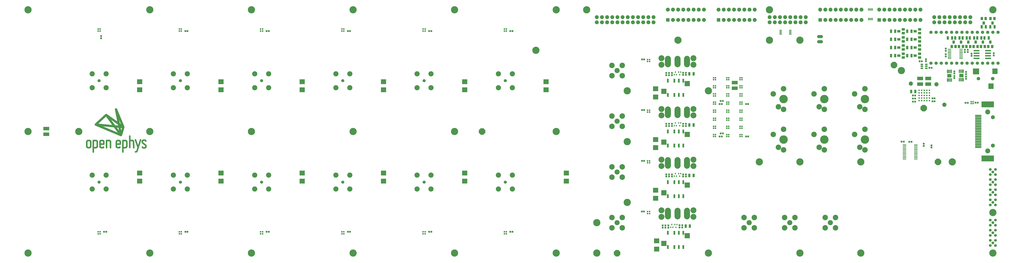
<source format=gts>
G75*
%MOIN*%
%OFA0B0*%
%FSLAX25Y25*%
%IPPOS*%
%LPD*%
%AMOC8*
5,1,8,0,0,1.08239X$1,22.5*
%
%ADD10C,0.13986*%
%ADD11C,0.05915*%
%ADD12C,0.10049*%
%ADD13OC8,0.07096*%
%ADD14R,0.07096X0.07096*%
%ADD15C,0.09900*%
%ADD16C,0.10650*%
%ADD17OC8,0.12411*%
%ADD18R,0.06899X0.01781*%
%ADD19R,0.02175X0.06899*%
%ADD20R,0.08041X0.06781*%
%ADD21R,0.03600X0.03300*%
%ADD22C,0.03100*%
%ADD23R,0.04400X0.06600*%
%ADD24R,0.03300X0.03600*%
%ADD25R,0.11600X0.07100*%
%ADD26C,0.08080*%
%ADD27R,0.10049X0.10639*%
%ADD28R,0.12017X0.11427*%
%ADD29C,0.06899*%
%ADD30R,0.11261X0.02962*%
%ADD31C,0.05324*%
%ADD32C,0.11525*%
%ADD33C,0.11525*%
%ADD34R,0.03750X0.07687*%
%ADD35R,0.10443X0.10443*%
%ADD36R,0.10443X0.09655*%
%ADD37R,0.02002X0.02580*%
%ADD38C,0.04331*%
%ADD39C,0.02835*%
%ADD40C,0.07687*%
%ADD41C,0.09655*%
%ADD42R,0.24222X0.11624*%
%ADD43R,0.12411X0.01919*%
%ADD44C,0.10724*%
%ADD45C,0.10600*%
%ADD46C,0.16350*%
%ADD47C,0.06300*%
%ADD48OC8,0.07200*%
%ADD49R,0.01742X0.04931*%
%ADD50R,0.04537X0.06112*%
%ADD51R,0.04931X0.01742*%
%ADD52R,0.06112X0.04537*%
%ADD53R,0.02765X0.02765*%
%ADD54C,0.06000*%
%ADD55R,0.04773X0.03159*%
D10*
X0020685Y0080040D03*
X0256906Y0080040D03*
X0453756Y0080040D03*
X0650606Y0080040D03*
X0847457Y0080040D03*
X1044307Y0080040D03*
X1123047Y0080040D03*
X1123047Y0139095D03*
X1182102Y0178465D03*
X1438008Y0257206D03*
X1516748Y0257206D03*
X1634858Y0257206D03*
X1812024Y0257206D03*
X1890764Y0158780D03*
X1890764Y0080040D03*
X1634858Y0080040D03*
X1516748Y0080040D03*
X1339583Y0080040D03*
X1182102Y0296576D03*
X1044307Y0316261D03*
X0847457Y0316261D03*
X0650606Y0316261D03*
X0453756Y0316261D03*
X0256906Y0316261D03*
X0119110Y0316261D03*
X0020685Y0316261D03*
X0020685Y0552481D03*
X0256906Y0552481D03*
X0453756Y0552481D03*
X0650606Y0552481D03*
X0847457Y0552481D03*
X1044307Y0552481D03*
X1103362Y0552481D03*
X1280528Y0493426D03*
X1457693Y0493426D03*
X1516748Y0493426D03*
X1457693Y0552481D03*
X1713598Y0434371D03*
X1890764Y0552481D03*
X1339583Y0395001D03*
X1182102Y0395001D03*
X1004937Y0473741D03*
D11*
X0945882Y0414686D03*
X0788402Y0414686D03*
X0630921Y0414686D03*
X0473441Y0414686D03*
X0315961Y0414686D03*
X0158480Y0414686D03*
X0158480Y0217835D03*
X0315961Y0217835D03*
X0473441Y0217835D03*
X0630921Y0217835D03*
X0788402Y0217835D03*
X0945882Y0217835D03*
D12*
X0959386Y0204331D03*
X0932378Y0204331D03*
X0932378Y0231339D03*
X0959386Y0231339D03*
X0801906Y0231339D03*
X0774898Y0231339D03*
X0774898Y0204331D03*
X0801906Y0204331D03*
X0644425Y0204331D03*
X0617417Y0204331D03*
X0617417Y0231339D03*
X0644425Y0231339D03*
X0486945Y0231339D03*
X0459937Y0231339D03*
X0459937Y0204331D03*
X0486945Y0204331D03*
X0329465Y0204331D03*
X0302457Y0204331D03*
X0302457Y0231339D03*
X0329465Y0231339D03*
X0171984Y0231339D03*
X0144976Y0231339D03*
X0144976Y0204331D03*
X0171984Y0204331D03*
X0171984Y0401182D03*
X0144976Y0401182D03*
X0144976Y0428190D03*
X0171984Y0428190D03*
X0302457Y0428190D03*
X0329465Y0428190D03*
X0329465Y0401182D03*
X0302457Y0401182D03*
X0459937Y0401182D03*
X0486945Y0401182D03*
X0486945Y0428190D03*
X0459937Y0428190D03*
X0617417Y0428190D03*
X0644425Y0428190D03*
X0644425Y0401182D03*
X0617417Y0401182D03*
X0774898Y0401182D03*
X0801906Y0401182D03*
X0801906Y0428190D03*
X0774898Y0428190D03*
X0932378Y0428190D03*
X0959386Y0428190D03*
X0959386Y0401182D03*
X0932378Y0401182D03*
D13*
X1270843Y0532796D03*
X1280843Y0532796D03*
X1290843Y0532796D03*
X1300843Y0532796D03*
X1310843Y0532796D03*
X1320843Y0532796D03*
X1330843Y0532796D03*
X1369268Y0532796D03*
X1379268Y0532796D03*
X1389268Y0532796D03*
X1399268Y0532796D03*
X1409268Y0532796D03*
X1419268Y0532796D03*
X1429268Y0532796D03*
X1429268Y0552796D03*
X1419268Y0552796D03*
X1409268Y0552796D03*
X1399268Y0552796D03*
X1389268Y0552796D03*
X1379268Y0552796D03*
X1369268Y0552796D03*
X1359268Y0552796D03*
X1330843Y0552796D03*
X1320843Y0552796D03*
X1310843Y0552796D03*
X1300843Y0552796D03*
X1290843Y0552796D03*
X1280843Y0552796D03*
X1270843Y0552796D03*
X1260843Y0552796D03*
X1556118Y0552796D03*
X1566118Y0552796D03*
X1576118Y0552796D03*
X1586118Y0552796D03*
X1596118Y0552796D03*
X1606118Y0552796D03*
X1616118Y0552796D03*
X1626118Y0552796D03*
X1636118Y0552796D03*
X1670291Y0552796D03*
X1680291Y0552796D03*
X1690291Y0552796D03*
X1700291Y0552796D03*
X1710291Y0552796D03*
X1720291Y0552796D03*
X1730291Y0552796D03*
X1740291Y0552796D03*
X1750291Y0552796D03*
X1750291Y0532796D03*
X1740291Y0532796D03*
X1730291Y0532796D03*
X1720291Y0532796D03*
X1710291Y0532796D03*
X1700291Y0532796D03*
X1690291Y0532796D03*
X1680291Y0532796D03*
X1636118Y0532796D03*
X1626118Y0532796D03*
X1616118Y0532796D03*
X1606118Y0532796D03*
X1596118Y0532796D03*
X1586118Y0532796D03*
X1576118Y0532796D03*
X1566118Y0532796D03*
D14*
X1556118Y0532796D03*
X1670291Y0532796D03*
X1359268Y0532796D03*
X1260843Y0532796D03*
D15*
X1162417Y0434371D03*
X1162417Y0335946D03*
X1162417Y0237520D03*
X1162417Y0139095D03*
X1418323Y0139095D03*
X1497063Y0139095D03*
X1575803Y0139095D03*
D16*
X1565803Y0149095D03*
X1585803Y0149095D03*
X1585803Y0129095D03*
X1565803Y0129095D03*
X1507063Y0129095D03*
X1487063Y0129095D03*
X1487063Y0149095D03*
X1507063Y0149095D03*
X1428323Y0149095D03*
X1408323Y0149095D03*
X1408323Y0129095D03*
X1428323Y0129095D03*
X1172417Y0129095D03*
X1152417Y0129095D03*
X1152417Y0149095D03*
X1172417Y0149095D03*
X1172417Y0227520D03*
X1152417Y0227520D03*
X1152417Y0247520D03*
X1172417Y0247520D03*
X1172417Y0325946D03*
X1152417Y0325946D03*
X1152417Y0345946D03*
X1172417Y0345946D03*
X1172417Y0424371D03*
X1152417Y0424371D03*
X1152417Y0444371D03*
X1172417Y0444371D03*
D17*
X0900606Y0316261D03*
X1162417Y0079646D03*
X1784465Y0257206D03*
X1756906Y0361536D03*
X1699031Y0445001D03*
D18*
X1806906Y0457698D03*
X1806906Y0460257D03*
X1806906Y0462816D03*
X1806906Y0465375D03*
X1806906Y0467934D03*
X1806906Y0470493D03*
X1806906Y0473052D03*
X1806906Y0475611D03*
X1828953Y0475611D03*
X1828953Y0473052D03*
X1828953Y0470493D03*
X1828953Y0467934D03*
X1828953Y0465375D03*
X1828953Y0462816D03*
X1828953Y0460257D03*
X1828953Y0457698D03*
X1741551Y0290572D03*
X1741551Y0288013D03*
X1741551Y0285454D03*
X1741551Y0282894D03*
X1741551Y0280335D03*
X1741551Y0277776D03*
X1741551Y0275217D03*
X1741551Y0272658D03*
X1741551Y0270099D03*
X1741551Y0267540D03*
X1741551Y0264981D03*
X1741551Y0262422D03*
X1719504Y0262422D03*
X1719504Y0264981D03*
X1719504Y0267540D03*
X1719504Y0270099D03*
X1719504Y0272658D03*
X1719504Y0275217D03*
X1719504Y0277776D03*
X1719504Y0280335D03*
X1719504Y0282894D03*
X1719504Y0285454D03*
X1719504Y0288013D03*
X1719504Y0290572D03*
D19*
X1802673Y0416261D03*
X1805232Y0416261D03*
X1807791Y0416261D03*
X1810350Y0416261D03*
X1825902Y0416654D03*
X1828461Y0416654D03*
X1831020Y0416654D03*
X1833579Y0416654D03*
X1833579Y0433190D03*
X1831020Y0433190D03*
X1828461Y0433190D03*
X1825902Y0433190D03*
X1810350Y0432796D03*
X1807791Y0432796D03*
X1805232Y0432796D03*
X1802673Y0432796D03*
D20*
X1806512Y0424528D03*
X1829740Y0424922D03*
D21*
X1838795Y0422691D03*
X1838795Y0418491D03*
X1815961Y0419672D03*
X1815961Y0423872D03*
X1815961Y0428728D03*
X1815961Y0432928D03*
X1838795Y0431746D03*
X1838795Y0427546D03*
X1761236Y0452350D03*
X1761236Y0456550D03*
X1799425Y0461798D03*
X1799425Y0465998D03*
X1799425Y0472822D03*
X1799425Y0477022D03*
X1836433Y0474660D03*
X1836433Y0470460D03*
X1841945Y0470460D03*
X1841945Y0474660D03*
X1849425Y0467180D03*
X1849425Y0462980D03*
X1892339Y0463767D03*
X1892339Y0467967D03*
X1756906Y0292376D03*
X1756906Y0288176D03*
X1771866Y0289227D03*
X1771866Y0285027D03*
X1295882Y0326759D03*
X1295882Y0330959D03*
X1290370Y0330959D03*
X1290370Y0326759D03*
X1268717Y0326759D03*
X1268717Y0330959D03*
X1263205Y0330959D03*
X1263205Y0326759D03*
X1257693Y0326759D03*
X1257693Y0330959D03*
X1257693Y0425578D03*
X1257693Y0429778D03*
X1263205Y0429778D03*
X1263205Y0425578D03*
X1268717Y0425578D03*
X1268717Y0429778D03*
X1290370Y0430172D03*
X1290370Y0425972D03*
X1295882Y0425972D03*
X1295882Y0430172D03*
X1295882Y0232928D03*
X1295882Y0228728D03*
X1290370Y0228728D03*
X1290370Y0232928D03*
X1268717Y0232928D03*
X1268717Y0228728D03*
X1263205Y0228728D03*
X1263205Y0232928D03*
X1257693Y0232928D03*
X1257693Y0228728D03*
X1256118Y0133715D03*
X1256118Y0129515D03*
X1250606Y0129515D03*
X1250606Y0133715D03*
X1261630Y0133715D03*
X1261630Y0129515D03*
X1283283Y0129909D03*
X1283283Y0134109D03*
X1288795Y0134109D03*
X1288795Y0129909D03*
X0162417Y0497231D03*
X0162417Y0501431D03*
D22*
X1747693Y0395946D03*
X1752693Y0395946D03*
X1757693Y0395946D03*
X1762693Y0395946D03*
X1767693Y0395946D03*
X1767693Y0390946D03*
X1762693Y0390946D03*
X1757693Y0390946D03*
X1752693Y0390946D03*
X1747693Y0390946D03*
X1747693Y0385946D03*
X1752693Y0385946D03*
X1757693Y0385946D03*
X1762693Y0385946D03*
X1767693Y0385946D03*
X1767693Y0380946D03*
X1762693Y0380946D03*
X1757693Y0380946D03*
X1752693Y0380946D03*
X1747693Y0380946D03*
X1747693Y0375946D03*
X1752693Y0375946D03*
X1757693Y0375946D03*
X1762693Y0375946D03*
X1767693Y0375946D03*
D23*
X1740533Y0393820D03*
X1732333Y0393820D03*
X1733053Y0463505D03*
X1724853Y0463505D03*
X1701557Y0463505D03*
X1693357Y0463505D03*
X1693357Y0479253D03*
X1701557Y0479253D03*
X1724853Y0479253D03*
X1733053Y0479253D03*
X1733053Y0495001D03*
X1724853Y0495001D03*
X1701557Y0495001D03*
X1693357Y0495001D03*
X1693357Y0510749D03*
X1701557Y0510749D03*
X1724853Y0510749D03*
X1733053Y0510749D03*
X1803593Y0497757D03*
X1811793Y0497757D03*
X1817766Y0497757D03*
X1825966Y0497757D03*
X1831939Y0497757D03*
X1840139Y0497757D03*
X1846113Y0497757D03*
X1854313Y0497757D03*
X1860286Y0497757D03*
X1868486Y0497757D03*
X1874459Y0497757D03*
X1882659Y0497757D03*
X1885876Y0519410D03*
X1894076Y0519410D03*
X1877147Y0519410D03*
X1868947Y0519410D03*
X1310612Y0428072D03*
X1302412Y0428072D03*
X1302412Y0328859D03*
X1310612Y0328859D03*
X1310612Y0230828D03*
X1302412Y0230828D03*
X1303525Y0132402D03*
X1295325Y0132402D03*
D24*
X1214517Y0160749D03*
X1210317Y0160749D03*
X0959793Y0121379D03*
X0955593Y0121379D03*
X0802313Y0121379D03*
X0798113Y0121379D03*
X0644832Y0121379D03*
X0640632Y0121379D03*
X0487352Y0121379D03*
X0483152Y0121379D03*
X0329872Y0121379D03*
X0325672Y0121379D03*
X0172391Y0121379D03*
X0168191Y0121379D03*
X1210711Y0259174D03*
X1214911Y0259174D03*
X1361105Y0306418D03*
X1365305Y0306418D03*
X1367273Y0312324D03*
X1363073Y0312324D03*
X1412286Y0306418D03*
X1416486Y0306418D03*
X1416486Y0369410D03*
X1412286Y0369410D03*
X1367273Y0375316D03*
X1363073Y0375316D03*
X1361105Y0369410D03*
X1365305Y0369410D03*
X1214911Y0357599D03*
X1210711Y0357599D03*
X1210711Y0456024D03*
X1214911Y0456024D03*
X0959793Y0511143D03*
X0955593Y0511143D03*
X0802313Y0511143D03*
X0798113Y0511143D03*
X0644832Y0511143D03*
X0640632Y0511143D03*
X0487352Y0511143D03*
X0483152Y0511143D03*
X0329872Y0511143D03*
X0325672Y0511143D03*
X1713861Y0296576D03*
X1718061Y0296576D03*
X1728821Y0296182D03*
X1733021Y0296182D03*
X1735908Y0374135D03*
X1740108Y0374135D03*
X1740108Y0380040D03*
X1735908Y0380040D03*
X1735908Y0385946D03*
X1740108Y0385946D03*
X1773703Y0380434D03*
X1777903Y0380434D03*
X1777903Y0374922D03*
X1773703Y0374922D03*
X1837876Y0371772D03*
X1842076Y0371772D03*
X1857168Y0372166D03*
X1861368Y0372166D03*
X1771998Y0439883D03*
X1767798Y0439883D03*
X1753100Y0452481D03*
X1748900Y0452481D03*
D25*
X1749819Y0419005D03*
X1749819Y0408005D03*
X1765567Y0408005D03*
X1765567Y0419005D03*
X1390370Y0411131D03*
X1390370Y0400131D03*
X0056118Y0321761D03*
X0056118Y0310761D03*
D26*
X1731709Y0409174D03*
X1781315Y0407599D03*
X1796669Y0368229D03*
D27*
X1887220Y0404154D03*
X1894701Y0433091D03*
D28*
X1858087Y0432698D03*
D29*
X1862811Y0418623D03*
X1890370Y0418623D03*
D30*
X1881528Y0457973D03*
X1881528Y0462973D03*
X1881528Y0467973D03*
X1881528Y0472973D03*
X1859055Y0472973D03*
X1859055Y0467973D03*
X1859055Y0462973D03*
X1859055Y0457973D03*
D31*
X1885764Y0242520D03*
X1890764Y0237520D03*
X1895764Y0232520D03*
X1885764Y0232520D03*
X1895764Y0242520D03*
X1895764Y0222835D03*
X1890764Y0217835D03*
X1895764Y0212835D03*
X1885764Y0212835D03*
X1885764Y0222835D03*
X1885764Y0203150D03*
X1890764Y0198150D03*
X1895764Y0193150D03*
X1885764Y0193150D03*
X1895764Y0203150D03*
X1895764Y0183465D03*
X1890764Y0178465D03*
X1895764Y0173465D03*
X1885764Y0173465D03*
X1885764Y0183465D03*
X1885764Y0144095D03*
X1890764Y0139095D03*
X1895764Y0134095D03*
X1885764Y0134095D03*
X1895764Y0144095D03*
X1895764Y0124410D03*
X1890764Y0119410D03*
X1895764Y0114410D03*
X1885764Y0114410D03*
X1885764Y0124410D03*
X1885764Y0104725D03*
X1890764Y0099725D03*
X1895764Y0094725D03*
X1895764Y0104725D03*
X1885764Y0094725D03*
D32*
X1297850Y0151349D02*
X1297850Y0162274D01*
X1279346Y0162274D02*
X1279346Y0151349D01*
X1260843Y0151349D02*
X1260843Y0162274D01*
X1260843Y0249774D02*
X1260843Y0260700D01*
X1279346Y0260700D02*
X1279346Y0249774D01*
X1297850Y0249774D02*
X1297850Y0260700D01*
X1297850Y0348200D02*
X1297850Y0359125D01*
X1279346Y0359125D02*
X1279346Y0348200D01*
X1260843Y0348200D02*
X1260843Y0359125D01*
X1260843Y0446625D02*
X1260843Y0457550D01*
X1279346Y0457550D02*
X1279346Y0446625D01*
X1297850Y0446625D02*
X1297850Y0457550D01*
D33*
X1310350Y0458347D03*
X1310350Y0445828D03*
X1248343Y0445828D03*
X1248343Y0458347D03*
X1248343Y0359922D03*
X1248343Y0347402D03*
X1310350Y0347402D03*
X1310350Y0359922D03*
X1310350Y0261497D03*
X1310350Y0248977D03*
X1248343Y0248977D03*
X1248343Y0261497D03*
X1248343Y0163072D03*
X1248343Y0150552D03*
X1310350Y0150552D03*
X1310350Y0163072D03*
D34*
X1290764Y0190276D03*
X1282102Y0190276D03*
X1273441Y0190276D03*
X1260843Y0190276D03*
X1260843Y0217835D03*
X1273441Y0217835D03*
X1282102Y0217835D03*
X1290764Y0217835D03*
X1290764Y0288702D03*
X1282102Y0288702D03*
X1273441Y0288702D03*
X1260843Y0288702D03*
X1260843Y0316261D03*
X1273441Y0316261D03*
X1282102Y0316261D03*
X1290764Y0316261D03*
X1290764Y0387127D03*
X1282102Y0387127D03*
X1273441Y0387127D03*
X1260843Y0387127D03*
X1260843Y0414686D03*
X1273441Y0414686D03*
X1282102Y0414686D03*
X1290764Y0414686D03*
X1290764Y0119410D03*
X1282102Y0119410D03*
X1273441Y0119410D03*
X1260843Y0119410D03*
X1260843Y0091851D03*
X1273441Y0091851D03*
X1282102Y0091851D03*
X1290764Y0091851D03*
D35*
X1253165Y0098741D03*
X1298441Y0113702D03*
X1253165Y0197166D03*
X1298441Y0212127D03*
X1253165Y0295591D03*
X1298441Y0310552D03*
X1253165Y0394017D03*
X1298441Y0408977D03*
D36*
X1237220Y0398938D03*
X1237220Y0383190D03*
X1024622Y0396969D03*
X1024622Y0412717D03*
X0867142Y0412717D03*
X0867142Y0396969D03*
X0709661Y0396969D03*
X0709661Y0412717D03*
X0552181Y0412717D03*
X0552181Y0396969D03*
X0394701Y0396969D03*
X0394701Y0412717D03*
X0237220Y0412717D03*
X0237220Y0396969D03*
X0237220Y0235552D03*
X0237220Y0219804D03*
X0394701Y0219804D03*
X0394701Y0235552D03*
X0552181Y0235552D03*
X0552181Y0219804D03*
X0709661Y0219804D03*
X0709661Y0235552D03*
X0867142Y0235552D03*
X0867142Y0219804D03*
X1063992Y0219804D03*
X1063992Y0235552D03*
X1237220Y0202087D03*
X1237220Y0186339D03*
X1239189Y0103662D03*
X1239189Y0087914D03*
X1237220Y0284765D03*
X1237220Y0300513D03*
D37*
X1273409Y0327479D03*
X1277409Y0327479D03*
X1275409Y0332601D03*
X1281677Y0332601D03*
X1285677Y0332601D03*
X1283677Y0327479D03*
X1281677Y0234570D03*
X1285677Y0234570D03*
X1283677Y0229448D03*
X1277409Y0229448D03*
X1273409Y0229448D03*
X1275409Y0234570D03*
X1274591Y0135357D03*
X1278591Y0135357D03*
X1276591Y0130235D03*
X1270323Y0130235D03*
X1266323Y0130235D03*
X1268323Y0135357D03*
X1273409Y0426298D03*
X1277409Y0426298D03*
X1275409Y0431420D03*
X1281677Y0431420D03*
X1285677Y0431420D03*
X1283677Y0426298D03*
D38*
X0205331Y0324922D02*
X0200606Y0309174D01*
X0172260Y0348544D01*
X0151787Y0329646D01*
X0205331Y0324922D01*
X0172260Y0348544D01*
X0191157Y0359568D02*
X0205331Y0324922D01*
X0200606Y0309174D02*
X0191157Y0359568D01*
X0151787Y0329646D02*
X0200606Y0309174D01*
D39*
X0217614Y0307442D02*
X0217614Y0285080D01*
X0211945Y0287757D02*
X0211945Y0295946D01*
X0211943Y0296050D01*
X0211937Y0296153D01*
X0211928Y0296256D01*
X0211915Y0296359D01*
X0211898Y0296461D01*
X0211877Y0296562D01*
X0211853Y0296663D01*
X0211825Y0296763D01*
X0211793Y0296861D01*
X0211758Y0296959D01*
X0211719Y0297055D01*
X0211677Y0297149D01*
X0211631Y0297242D01*
X0211582Y0297333D01*
X0211530Y0297423D01*
X0211474Y0297510D01*
X0211416Y0297596D01*
X0211354Y0297679D01*
X0211289Y0297759D01*
X0211221Y0297838D01*
X0211151Y0297914D01*
X0211078Y0297987D01*
X0211002Y0298057D01*
X0210923Y0298125D01*
X0210843Y0298190D01*
X0210760Y0298252D01*
X0210674Y0298310D01*
X0210587Y0298366D01*
X0210497Y0298418D01*
X0210406Y0298467D01*
X0210313Y0298513D01*
X0210219Y0298555D01*
X0210123Y0298594D01*
X0210025Y0298629D01*
X0209927Y0298661D01*
X0209827Y0298689D01*
X0209726Y0298713D01*
X0209625Y0298734D01*
X0209523Y0298751D01*
X0209420Y0298764D01*
X0209317Y0298773D01*
X0209214Y0298779D01*
X0209110Y0298781D01*
X0209110Y0298780D02*
X0204386Y0298780D01*
X0204386Y0284922D01*
X0209110Y0284922D01*
X0209214Y0284924D01*
X0209317Y0284930D01*
X0209420Y0284939D01*
X0209523Y0284952D01*
X0209625Y0284969D01*
X0209726Y0284990D01*
X0209827Y0285014D01*
X0209927Y0285042D01*
X0210025Y0285074D01*
X0210123Y0285109D01*
X0210219Y0285148D01*
X0210313Y0285190D01*
X0210406Y0285236D01*
X0210497Y0285285D01*
X0210587Y0285337D01*
X0210674Y0285393D01*
X0210760Y0285451D01*
X0210843Y0285513D01*
X0210923Y0285578D01*
X0211002Y0285646D01*
X0211078Y0285716D01*
X0211151Y0285789D01*
X0211221Y0285865D01*
X0211289Y0285944D01*
X0211354Y0286024D01*
X0211416Y0286107D01*
X0211474Y0286193D01*
X0211530Y0286280D01*
X0211582Y0286370D01*
X0211631Y0286461D01*
X0211677Y0286554D01*
X0211719Y0286648D01*
X0211758Y0286744D01*
X0211793Y0286842D01*
X0211825Y0286940D01*
X0211853Y0287040D01*
X0211877Y0287141D01*
X0211898Y0287242D01*
X0211915Y0287344D01*
X0211928Y0287447D01*
X0211937Y0287550D01*
X0211943Y0287653D01*
X0211945Y0287757D01*
X0204386Y0284765D02*
X0204386Y0276576D01*
X0197457Y0284922D02*
X0194622Y0284922D01*
X0194518Y0284924D01*
X0194415Y0284930D01*
X0194312Y0284939D01*
X0194209Y0284952D01*
X0194107Y0284969D01*
X0194006Y0284990D01*
X0193905Y0285014D01*
X0193805Y0285042D01*
X0193707Y0285074D01*
X0193609Y0285109D01*
X0193513Y0285148D01*
X0193419Y0285190D01*
X0193326Y0285236D01*
X0193235Y0285285D01*
X0193145Y0285337D01*
X0193058Y0285393D01*
X0192972Y0285451D01*
X0192889Y0285513D01*
X0192809Y0285578D01*
X0192730Y0285646D01*
X0192654Y0285716D01*
X0192581Y0285789D01*
X0192511Y0285865D01*
X0192443Y0285944D01*
X0192378Y0286024D01*
X0192316Y0286107D01*
X0192258Y0286193D01*
X0192202Y0286280D01*
X0192150Y0286370D01*
X0192101Y0286461D01*
X0192055Y0286554D01*
X0192013Y0286648D01*
X0191974Y0286744D01*
X0191939Y0286842D01*
X0191907Y0286940D01*
X0191879Y0287040D01*
X0191855Y0287141D01*
X0191834Y0287242D01*
X0191817Y0287344D01*
X0191804Y0287447D01*
X0191795Y0287550D01*
X0191789Y0287653D01*
X0191787Y0287757D01*
X0191787Y0295946D01*
X0191789Y0296050D01*
X0191795Y0296153D01*
X0191804Y0296256D01*
X0191817Y0296359D01*
X0191834Y0296461D01*
X0191855Y0296562D01*
X0191879Y0296663D01*
X0191907Y0296763D01*
X0191939Y0296861D01*
X0191974Y0296959D01*
X0192013Y0297055D01*
X0192055Y0297149D01*
X0192101Y0297242D01*
X0192150Y0297333D01*
X0192202Y0297423D01*
X0192258Y0297510D01*
X0192316Y0297596D01*
X0192378Y0297679D01*
X0192443Y0297759D01*
X0192511Y0297838D01*
X0192581Y0297914D01*
X0192654Y0297987D01*
X0192730Y0298057D01*
X0192809Y0298125D01*
X0192889Y0298190D01*
X0192972Y0298252D01*
X0193058Y0298310D01*
X0193145Y0298366D01*
X0193235Y0298418D01*
X0193326Y0298467D01*
X0193419Y0298513D01*
X0193513Y0298555D01*
X0193609Y0298594D01*
X0193707Y0298629D01*
X0193805Y0298661D01*
X0193905Y0298689D01*
X0194006Y0298713D01*
X0194107Y0298734D01*
X0194209Y0298751D01*
X0194312Y0298764D01*
X0194415Y0298773D01*
X0194518Y0298779D01*
X0194622Y0298781D01*
X0194622Y0298780D02*
X0196512Y0298780D01*
X0196512Y0298781D02*
X0196616Y0298779D01*
X0196719Y0298773D01*
X0196822Y0298764D01*
X0196925Y0298751D01*
X0197027Y0298734D01*
X0197128Y0298713D01*
X0197229Y0298689D01*
X0197329Y0298661D01*
X0197427Y0298629D01*
X0197525Y0298594D01*
X0197621Y0298555D01*
X0197715Y0298513D01*
X0197808Y0298467D01*
X0197899Y0298418D01*
X0197989Y0298366D01*
X0198076Y0298310D01*
X0198162Y0298252D01*
X0198245Y0298190D01*
X0198325Y0298125D01*
X0198404Y0298057D01*
X0198480Y0297987D01*
X0198553Y0297914D01*
X0198623Y0297838D01*
X0198691Y0297759D01*
X0198756Y0297679D01*
X0198818Y0297596D01*
X0198876Y0297510D01*
X0198932Y0297423D01*
X0198984Y0297333D01*
X0199033Y0297242D01*
X0199079Y0297149D01*
X0199121Y0297055D01*
X0199160Y0296959D01*
X0199195Y0296861D01*
X0199227Y0296763D01*
X0199255Y0296663D01*
X0199279Y0296562D01*
X0199300Y0296461D01*
X0199317Y0296359D01*
X0199330Y0296256D01*
X0199339Y0296153D01*
X0199345Y0296050D01*
X0199347Y0295946D01*
X0199346Y0295631D02*
X0199346Y0291851D01*
X0192732Y0291851D01*
X0198559Y0286024D02*
X0198557Y0285960D01*
X0198552Y0285896D01*
X0198542Y0285833D01*
X0198529Y0285770D01*
X0198513Y0285708D01*
X0198493Y0285647D01*
X0198469Y0285588D01*
X0198442Y0285529D01*
X0198411Y0285473D01*
X0198378Y0285418D01*
X0198341Y0285366D01*
X0198301Y0285316D01*
X0198259Y0285268D01*
X0198213Y0285222D01*
X0198165Y0285180D01*
X0198115Y0285140D01*
X0198063Y0285103D01*
X0198008Y0285070D01*
X0197952Y0285039D01*
X0197893Y0285012D01*
X0197834Y0284988D01*
X0197773Y0284968D01*
X0197711Y0284952D01*
X0197648Y0284939D01*
X0197585Y0284929D01*
X0197521Y0284924D01*
X0197457Y0284922D01*
X0180449Y0284922D02*
X0180449Y0295946D01*
X0180447Y0296050D01*
X0180441Y0296153D01*
X0180432Y0296256D01*
X0180419Y0296359D01*
X0180402Y0296461D01*
X0180381Y0296562D01*
X0180357Y0296663D01*
X0180329Y0296763D01*
X0180297Y0296861D01*
X0180262Y0296959D01*
X0180223Y0297055D01*
X0180181Y0297149D01*
X0180135Y0297242D01*
X0180086Y0297333D01*
X0180034Y0297423D01*
X0179978Y0297510D01*
X0179920Y0297596D01*
X0179858Y0297679D01*
X0179793Y0297759D01*
X0179725Y0297838D01*
X0179655Y0297914D01*
X0179582Y0297987D01*
X0179506Y0298057D01*
X0179427Y0298125D01*
X0179347Y0298190D01*
X0179264Y0298252D01*
X0179178Y0298310D01*
X0179091Y0298366D01*
X0179001Y0298418D01*
X0178910Y0298467D01*
X0178817Y0298513D01*
X0178723Y0298555D01*
X0178627Y0298594D01*
X0178529Y0298629D01*
X0178431Y0298661D01*
X0178331Y0298689D01*
X0178230Y0298713D01*
X0178129Y0298734D01*
X0178027Y0298751D01*
X0177924Y0298764D01*
X0177821Y0298773D01*
X0177718Y0298779D01*
X0177614Y0298781D01*
X0177850Y0298780D02*
X0172929Y0298780D01*
X0172890Y0298780D02*
X0172890Y0284922D01*
X0165646Y0284922D02*
X0162811Y0284922D01*
X0162707Y0284924D01*
X0162604Y0284930D01*
X0162501Y0284939D01*
X0162398Y0284952D01*
X0162296Y0284969D01*
X0162195Y0284990D01*
X0162094Y0285014D01*
X0161994Y0285042D01*
X0161896Y0285074D01*
X0161798Y0285109D01*
X0161702Y0285148D01*
X0161608Y0285190D01*
X0161515Y0285236D01*
X0161424Y0285285D01*
X0161334Y0285337D01*
X0161247Y0285393D01*
X0161161Y0285451D01*
X0161078Y0285513D01*
X0160998Y0285578D01*
X0160919Y0285646D01*
X0160843Y0285716D01*
X0160770Y0285789D01*
X0160700Y0285865D01*
X0160632Y0285944D01*
X0160567Y0286024D01*
X0160505Y0286107D01*
X0160447Y0286193D01*
X0160391Y0286280D01*
X0160339Y0286370D01*
X0160290Y0286461D01*
X0160244Y0286554D01*
X0160202Y0286648D01*
X0160163Y0286744D01*
X0160128Y0286842D01*
X0160096Y0286940D01*
X0160068Y0287040D01*
X0160044Y0287141D01*
X0160023Y0287242D01*
X0160006Y0287344D01*
X0159993Y0287447D01*
X0159984Y0287550D01*
X0159978Y0287653D01*
X0159976Y0287757D01*
X0159976Y0295946D01*
X0159978Y0296050D01*
X0159984Y0296153D01*
X0159993Y0296256D01*
X0160006Y0296359D01*
X0160023Y0296461D01*
X0160044Y0296562D01*
X0160068Y0296663D01*
X0160096Y0296763D01*
X0160128Y0296861D01*
X0160163Y0296959D01*
X0160202Y0297055D01*
X0160244Y0297149D01*
X0160290Y0297242D01*
X0160339Y0297333D01*
X0160391Y0297423D01*
X0160447Y0297510D01*
X0160505Y0297596D01*
X0160567Y0297679D01*
X0160632Y0297759D01*
X0160700Y0297838D01*
X0160770Y0297914D01*
X0160843Y0297987D01*
X0160919Y0298057D01*
X0160998Y0298125D01*
X0161078Y0298190D01*
X0161161Y0298252D01*
X0161247Y0298310D01*
X0161334Y0298366D01*
X0161424Y0298418D01*
X0161515Y0298467D01*
X0161608Y0298513D01*
X0161702Y0298555D01*
X0161798Y0298594D01*
X0161896Y0298629D01*
X0161994Y0298661D01*
X0162094Y0298689D01*
X0162195Y0298713D01*
X0162296Y0298734D01*
X0162398Y0298751D01*
X0162501Y0298764D01*
X0162604Y0298773D01*
X0162707Y0298779D01*
X0162811Y0298781D01*
X0162811Y0298780D02*
X0164701Y0298780D01*
X0164701Y0298781D02*
X0164805Y0298779D01*
X0164908Y0298773D01*
X0165011Y0298764D01*
X0165114Y0298751D01*
X0165216Y0298734D01*
X0165317Y0298713D01*
X0165418Y0298689D01*
X0165518Y0298661D01*
X0165616Y0298629D01*
X0165714Y0298594D01*
X0165810Y0298555D01*
X0165904Y0298513D01*
X0165997Y0298467D01*
X0166088Y0298418D01*
X0166178Y0298366D01*
X0166265Y0298310D01*
X0166351Y0298252D01*
X0166434Y0298190D01*
X0166514Y0298125D01*
X0166593Y0298057D01*
X0166669Y0297987D01*
X0166742Y0297914D01*
X0166812Y0297838D01*
X0166880Y0297759D01*
X0166945Y0297679D01*
X0167007Y0297596D01*
X0167065Y0297510D01*
X0167121Y0297423D01*
X0167173Y0297333D01*
X0167222Y0297242D01*
X0167268Y0297149D01*
X0167310Y0297055D01*
X0167349Y0296959D01*
X0167384Y0296861D01*
X0167416Y0296763D01*
X0167444Y0296663D01*
X0167468Y0296562D01*
X0167489Y0296461D01*
X0167506Y0296359D01*
X0167519Y0296256D01*
X0167528Y0296153D01*
X0167534Y0296050D01*
X0167536Y0295946D01*
X0167535Y0295631D02*
X0167535Y0291851D01*
X0160921Y0291851D01*
X0154780Y0287757D02*
X0154780Y0295946D01*
X0154778Y0296050D01*
X0154772Y0296153D01*
X0154763Y0296256D01*
X0154750Y0296359D01*
X0154733Y0296461D01*
X0154712Y0296562D01*
X0154688Y0296663D01*
X0154660Y0296763D01*
X0154628Y0296861D01*
X0154593Y0296959D01*
X0154554Y0297055D01*
X0154512Y0297149D01*
X0154466Y0297242D01*
X0154417Y0297333D01*
X0154365Y0297423D01*
X0154309Y0297510D01*
X0154251Y0297596D01*
X0154189Y0297679D01*
X0154124Y0297759D01*
X0154056Y0297838D01*
X0153986Y0297914D01*
X0153913Y0297987D01*
X0153837Y0298057D01*
X0153758Y0298125D01*
X0153678Y0298190D01*
X0153595Y0298252D01*
X0153509Y0298310D01*
X0153422Y0298366D01*
X0153332Y0298418D01*
X0153241Y0298467D01*
X0153148Y0298513D01*
X0153054Y0298555D01*
X0152958Y0298594D01*
X0152860Y0298629D01*
X0152762Y0298661D01*
X0152662Y0298689D01*
X0152561Y0298713D01*
X0152460Y0298734D01*
X0152358Y0298751D01*
X0152255Y0298764D01*
X0152152Y0298773D01*
X0152049Y0298779D01*
X0151945Y0298781D01*
X0151945Y0298780D02*
X0147220Y0298780D01*
X0147220Y0284922D01*
X0151945Y0284922D01*
X0152049Y0284924D01*
X0152152Y0284930D01*
X0152255Y0284939D01*
X0152358Y0284952D01*
X0152460Y0284969D01*
X0152561Y0284990D01*
X0152662Y0285014D01*
X0152762Y0285042D01*
X0152860Y0285074D01*
X0152958Y0285109D01*
X0153054Y0285148D01*
X0153148Y0285190D01*
X0153241Y0285236D01*
X0153332Y0285285D01*
X0153422Y0285337D01*
X0153509Y0285393D01*
X0153595Y0285451D01*
X0153678Y0285513D01*
X0153758Y0285578D01*
X0153837Y0285646D01*
X0153913Y0285716D01*
X0153986Y0285789D01*
X0154056Y0285865D01*
X0154124Y0285944D01*
X0154189Y0286024D01*
X0154251Y0286107D01*
X0154309Y0286193D01*
X0154365Y0286280D01*
X0154417Y0286370D01*
X0154466Y0286461D01*
X0154512Y0286554D01*
X0154554Y0286648D01*
X0154593Y0286744D01*
X0154628Y0286842D01*
X0154660Y0286940D01*
X0154688Y0287040D01*
X0154712Y0287141D01*
X0154733Y0287242D01*
X0154750Y0287344D01*
X0154763Y0287447D01*
X0154772Y0287550D01*
X0154778Y0287653D01*
X0154780Y0287757D01*
X0147220Y0284765D02*
X0147220Y0276576D01*
X0139425Y0284922D02*
X0137299Y0284922D01*
X0137195Y0284924D01*
X0137092Y0284930D01*
X0136989Y0284939D01*
X0136886Y0284952D01*
X0136784Y0284969D01*
X0136683Y0284990D01*
X0136582Y0285014D01*
X0136482Y0285042D01*
X0136384Y0285074D01*
X0136286Y0285109D01*
X0136190Y0285148D01*
X0136096Y0285190D01*
X0136003Y0285236D01*
X0135912Y0285285D01*
X0135822Y0285337D01*
X0135735Y0285393D01*
X0135649Y0285451D01*
X0135566Y0285513D01*
X0135486Y0285578D01*
X0135407Y0285646D01*
X0135331Y0285716D01*
X0135258Y0285789D01*
X0135188Y0285865D01*
X0135120Y0285944D01*
X0135055Y0286024D01*
X0134993Y0286107D01*
X0134935Y0286193D01*
X0134879Y0286280D01*
X0134827Y0286370D01*
X0134778Y0286461D01*
X0134732Y0286554D01*
X0134690Y0286648D01*
X0134651Y0286744D01*
X0134616Y0286842D01*
X0134584Y0286940D01*
X0134556Y0287040D01*
X0134532Y0287141D01*
X0134511Y0287242D01*
X0134494Y0287344D01*
X0134481Y0287447D01*
X0134472Y0287550D01*
X0134466Y0287653D01*
X0134464Y0287757D01*
X0134465Y0287757D02*
X0134465Y0295946D01*
X0134464Y0295946D02*
X0134466Y0296050D01*
X0134472Y0296153D01*
X0134481Y0296256D01*
X0134494Y0296359D01*
X0134511Y0296461D01*
X0134532Y0296562D01*
X0134556Y0296663D01*
X0134584Y0296763D01*
X0134616Y0296861D01*
X0134651Y0296959D01*
X0134690Y0297055D01*
X0134732Y0297149D01*
X0134778Y0297242D01*
X0134827Y0297333D01*
X0134879Y0297423D01*
X0134935Y0297510D01*
X0134993Y0297596D01*
X0135055Y0297679D01*
X0135120Y0297759D01*
X0135188Y0297838D01*
X0135258Y0297914D01*
X0135331Y0297987D01*
X0135407Y0298057D01*
X0135486Y0298125D01*
X0135566Y0298190D01*
X0135649Y0298252D01*
X0135735Y0298310D01*
X0135822Y0298366D01*
X0135912Y0298418D01*
X0136003Y0298467D01*
X0136096Y0298513D01*
X0136190Y0298555D01*
X0136286Y0298594D01*
X0136384Y0298629D01*
X0136482Y0298661D01*
X0136582Y0298689D01*
X0136683Y0298713D01*
X0136784Y0298734D01*
X0136886Y0298751D01*
X0136989Y0298764D01*
X0137092Y0298773D01*
X0137195Y0298779D01*
X0137299Y0298781D01*
X0137299Y0298780D02*
X0139504Y0298780D01*
X0139503Y0298780D02*
X0139606Y0298772D01*
X0139708Y0298760D01*
X0139810Y0298745D01*
X0139910Y0298725D01*
X0140010Y0298701D01*
X0140109Y0298674D01*
X0140207Y0298643D01*
X0140304Y0298608D01*
X0140399Y0298570D01*
X0140493Y0298527D01*
X0140585Y0298482D01*
X0140675Y0298432D01*
X0140763Y0298380D01*
X0140850Y0298324D01*
X0140934Y0298265D01*
X0141015Y0298202D01*
X0141094Y0298137D01*
X0141171Y0298068D01*
X0141245Y0297997D01*
X0141316Y0297923D01*
X0141384Y0297846D01*
X0141450Y0297767D01*
X0141512Y0297685D01*
X0141571Y0297601D01*
X0141627Y0297515D01*
X0141679Y0297426D01*
X0141728Y0297336D01*
X0141773Y0297244D01*
X0141815Y0297150D01*
X0141854Y0297055D01*
X0141888Y0296958D01*
X0141919Y0296860D01*
X0141946Y0296761D01*
X0141969Y0296661D01*
X0141989Y0296560D01*
X0142004Y0296458D01*
X0142016Y0296356D01*
X0142024Y0296254D01*
X0142028Y0296151D01*
X0142027Y0296048D01*
X0142023Y0295946D01*
X0142024Y0295946D02*
X0142024Y0287757D01*
X0142023Y0287757D02*
X0142026Y0287655D01*
X0142025Y0287554D01*
X0142020Y0287452D01*
X0142011Y0287351D01*
X0141998Y0287250D01*
X0141982Y0287150D01*
X0141961Y0287050D01*
X0141938Y0286951D01*
X0141910Y0286853D01*
X0141879Y0286757D01*
X0141844Y0286661D01*
X0141806Y0286567D01*
X0141764Y0286474D01*
X0141719Y0286383D01*
X0141670Y0286294D01*
X0141618Y0286206D01*
X0141563Y0286121D01*
X0141504Y0286038D01*
X0141443Y0285957D01*
X0141379Y0285878D01*
X0141311Y0285802D01*
X0141241Y0285728D01*
X0141168Y0285657D01*
X0141093Y0285589D01*
X0141015Y0285523D01*
X0140935Y0285461D01*
X0140852Y0285402D01*
X0140767Y0285346D01*
X0140681Y0285293D01*
X0140592Y0285243D01*
X0140502Y0285196D01*
X0140409Y0285153D01*
X0140316Y0285114D01*
X0140221Y0285078D01*
X0140124Y0285046D01*
X0140027Y0285017D01*
X0139928Y0284992D01*
X0139829Y0284971D01*
X0139729Y0284953D01*
X0139628Y0284939D01*
X0139527Y0284929D01*
X0139425Y0284923D01*
X0165646Y0284922D02*
X0165710Y0284924D01*
X0165774Y0284929D01*
X0165837Y0284939D01*
X0165900Y0284952D01*
X0165962Y0284968D01*
X0166023Y0284988D01*
X0166082Y0285012D01*
X0166141Y0285039D01*
X0166197Y0285070D01*
X0166252Y0285103D01*
X0166304Y0285140D01*
X0166354Y0285180D01*
X0166402Y0285222D01*
X0166448Y0285268D01*
X0166490Y0285316D01*
X0166530Y0285366D01*
X0166567Y0285418D01*
X0166600Y0285473D01*
X0166631Y0285529D01*
X0166658Y0285588D01*
X0166682Y0285647D01*
X0166702Y0285708D01*
X0166718Y0285770D01*
X0166731Y0285833D01*
X0166741Y0285896D01*
X0166746Y0285960D01*
X0166748Y0286024D01*
X0218717Y0298780D02*
X0222339Y0298780D01*
X0222339Y0298781D02*
X0222443Y0298779D01*
X0222546Y0298773D01*
X0222649Y0298764D01*
X0222752Y0298751D01*
X0222854Y0298734D01*
X0222955Y0298713D01*
X0223056Y0298689D01*
X0223156Y0298661D01*
X0223254Y0298629D01*
X0223352Y0298594D01*
X0223448Y0298555D01*
X0223542Y0298513D01*
X0223635Y0298467D01*
X0223726Y0298418D01*
X0223816Y0298366D01*
X0223903Y0298310D01*
X0223989Y0298252D01*
X0224072Y0298190D01*
X0224152Y0298125D01*
X0224231Y0298057D01*
X0224307Y0297987D01*
X0224380Y0297914D01*
X0224450Y0297838D01*
X0224518Y0297759D01*
X0224583Y0297679D01*
X0224645Y0297596D01*
X0224703Y0297510D01*
X0224759Y0297423D01*
X0224811Y0297333D01*
X0224860Y0297242D01*
X0224906Y0297149D01*
X0224948Y0297055D01*
X0224987Y0296959D01*
X0225022Y0296861D01*
X0225054Y0296763D01*
X0225082Y0296663D01*
X0225106Y0296562D01*
X0225127Y0296461D01*
X0225144Y0296359D01*
X0225157Y0296256D01*
X0225166Y0296153D01*
X0225172Y0296050D01*
X0225174Y0295946D01*
X0225173Y0295946D02*
X0225331Y0284922D01*
X0233992Y0285080D02*
X0228795Y0300198D01*
X0238874Y0300198D02*
X0232260Y0278938D01*
X0232102Y0278623D02*
X0231000Y0277048D01*
X0229583Y0276733D01*
X0228795Y0276733D01*
X0242496Y0285709D02*
X0242496Y0286024D01*
X0242496Y0285709D02*
X0242811Y0285237D01*
X0243598Y0284765D01*
X0244228Y0284450D01*
X0244386Y0284450D02*
X0246276Y0284450D01*
X0246276Y0284449D02*
X0246380Y0284451D01*
X0246483Y0284457D01*
X0246586Y0284466D01*
X0246689Y0284479D01*
X0246791Y0284496D01*
X0246892Y0284517D01*
X0246993Y0284541D01*
X0247093Y0284569D01*
X0247191Y0284601D01*
X0247289Y0284636D01*
X0247385Y0284675D01*
X0247479Y0284717D01*
X0247572Y0284763D01*
X0247663Y0284812D01*
X0247753Y0284864D01*
X0247840Y0284920D01*
X0247926Y0284978D01*
X0248009Y0285040D01*
X0248089Y0285105D01*
X0248168Y0285173D01*
X0248244Y0285243D01*
X0248317Y0285316D01*
X0248387Y0285392D01*
X0248455Y0285471D01*
X0248520Y0285551D01*
X0248582Y0285634D01*
X0248640Y0285720D01*
X0248696Y0285807D01*
X0248748Y0285897D01*
X0248797Y0285988D01*
X0248843Y0286081D01*
X0248885Y0286175D01*
X0248924Y0286271D01*
X0248959Y0286369D01*
X0248991Y0286467D01*
X0249019Y0286567D01*
X0249043Y0286668D01*
X0249064Y0286769D01*
X0249081Y0286871D01*
X0249094Y0286974D01*
X0249103Y0287077D01*
X0249109Y0287180D01*
X0249111Y0287284D01*
X0249110Y0287442D02*
X0249110Y0288229D01*
X0248953Y0289017D01*
X0247535Y0290434D01*
X0245016Y0292324D01*
X0245488Y0292009D02*
X0242969Y0293898D01*
X0242339Y0294843D01*
X0242181Y0295631D01*
X0242181Y0296418D01*
X0242181Y0296576D02*
X0242183Y0296680D01*
X0242189Y0296783D01*
X0242198Y0296886D01*
X0242211Y0296989D01*
X0242228Y0297091D01*
X0242249Y0297192D01*
X0242273Y0297293D01*
X0242301Y0297393D01*
X0242333Y0297491D01*
X0242368Y0297589D01*
X0242407Y0297685D01*
X0242449Y0297779D01*
X0242495Y0297872D01*
X0242544Y0297963D01*
X0242596Y0298053D01*
X0242652Y0298140D01*
X0242710Y0298226D01*
X0242772Y0298309D01*
X0242837Y0298389D01*
X0242905Y0298468D01*
X0242975Y0298544D01*
X0243048Y0298617D01*
X0243124Y0298687D01*
X0243203Y0298755D01*
X0243283Y0298820D01*
X0243366Y0298882D01*
X0243452Y0298940D01*
X0243539Y0298996D01*
X0243629Y0299048D01*
X0243720Y0299097D01*
X0243813Y0299143D01*
X0243907Y0299185D01*
X0244003Y0299224D01*
X0244101Y0299259D01*
X0244199Y0299291D01*
X0244299Y0299319D01*
X0244400Y0299343D01*
X0244501Y0299364D01*
X0244603Y0299381D01*
X0244706Y0299394D01*
X0244809Y0299403D01*
X0244912Y0299409D01*
X0245016Y0299411D01*
X0245016Y0299410D02*
X0246906Y0299410D01*
X0247063Y0299410D02*
X0247693Y0299095D01*
X0248480Y0298623D01*
X0248795Y0298150D01*
X0248795Y0297835D01*
D40*
X1890764Y0288702D03*
X1890764Y0343820D03*
D41*
X1880921Y0354056D03*
X1880921Y0278465D03*
D42*
X1880921Y0263898D03*
X1880921Y0368623D03*
D43*
X1862417Y0347511D03*
X1862417Y0345011D03*
X1862417Y0342511D03*
X1862417Y0340011D03*
X1862417Y0337511D03*
X1862417Y0335011D03*
X1862417Y0332511D03*
X1862417Y0330011D03*
X1862417Y0327511D03*
X1862417Y0325011D03*
X1862417Y0322511D03*
X1862417Y0320011D03*
X1862417Y0317511D03*
X1862417Y0315011D03*
X1862417Y0312511D03*
X1862417Y0310011D03*
X1862417Y0307511D03*
X1862417Y0305011D03*
X1862417Y0302511D03*
X1862417Y0300011D03*
X1862417Y0297511D03*
X1862417Y0295011D03*
X1862417Y0292511D03*
X1862417Y0290011D03*
X1862417Y0287511D03*
X1862417Y0285011D03*
D44*
X1642732Y0280513D03*
X1563992Y0280513D03*
X1485252Y0280513D03*
X1485252Y0320513D03*
X1563992Y0320513D03*
X1642732Y0320513D03*
X1642732Y0359253D03*
X1563992Y0359253D03*
X1485252Y0359253D03*
X1485252Y0399253D03*
X1563992Y0399253D03*
X1642732Y0399253D03*
D45*
X1622732Y0389253D03*
X1632732Y0364253D03*
X1553992Y0364253D03*
X1543992Y0389253D03*
X1475252Y0364253D03*
X1465252Y0389253D03*
X1465252Y0310513D03*
X1475252Y0285513D03*
X1543992Y0310513D03*
X1553992Y0285513D03*
X1622732Y0310513D03*
X1632732Y0285513D03*
D46*
X1642732Y0300513D03*
X1563992Y0300513D03*
X1485252Y0300513D03*
X1485252Y0379253D03*
X1563992Y0379253D03*
X1642732Y0379253D03*
D47*
X1770646Y0448859D03*
X1780646Y0448859D03*
X1790646Y0448859D03*
X1800646Y0448859D03*
X1810646Y0448859D03*
X1820646Y0448859D03*
X1830646Y0448859D03*
X1840646Y0448859D03*
X1850646Y0448859D03*
X1860646Y0448859D03*
X1870646Y0448859D03*
X1880646Y0448859D03*
X1890646Y0448859D03*
X1900646Y0448859D03*
X1900646Y0508859D03*
X1890646Y0508859D03*
X1880646Y0508859D03*
X1870646Y0508859D03*
X1860646Y0508859D03*
X1850646Y0508859D03*
X1840646Y0508859D03*
X1830646Y0508859D03*
X1820646Y0508859D03*
X1810646Y0508859D03*
X1800646Y0508859D03*
X1790646Y0508859D03*
X1780646Y0508859D03*
X1770646Y0508859D03*
D48*
X1777024Y0528190D03*
X1787024Y0528190D03*
X1797024Y0528190D03*
X1807024Y0528190D03*
X1817024Y0528190D03*
X1827024Y0528190D03*
X1837024Y0528190D03*
X1847024Y0528190D03*
X1847024Y0538190D03*
X1837024Y0538190D03*
X1827024Y0538190D03*
X1817024Y0538190D03*
X1807024Y0538190D03*
X1797024Y0538190D03*
X1787024Y0538190D03*
X1777024Y0538190D03*
X1528126Y0538190D03*
X1518126Y0538190D03*
X1508126Y0538190D03*
X1498126Y0538190D03*
X1488126Y0538190D03*
X1478126Y0538190D03*
X1468126Y0538190D03*
X1458126Y0538190D03*
X1458126Y0528190D03*
X1468126Y0528190D03*
X1478126Y0528190D03*
X1488126Y0528190D03*
X1498126Y0528190D03*
X1508126Y0528190D03*
X1518126Y0528190D03*
X1528126Y0528190D03*
X1233165Y0528190D03*
X1223165Y0528190D03*
X1213165Y0528190D03*
X1203165Y0528190D03*
X1193165Y0528190D03*
X1183165Y0528190D03*
X1173165Y0528190D03*
X1163165Y0528190D03*
X1153165Y0528190D03*
X1143165Y0528190D03*
X1133165Y0528190D03*
X1123165Y0528190D03*
X1123165Y0538190D03*
X1133165Y0538190D03*
X1143165Y0538190D03*
X1153165Y0538190D03*
X1163165Y0538190D03*
X1173165Y0538190D03*
X1183165Y0538190D03*
X1193165Y0538190D03*
X1203165Y0538190D03*
X1213165Y0538190D03*
X1223165Y0538190D03*
X1233165Y0538190D03*
D49*
X1649425Y0534568D03*
X1651394Y0534568D03*
X1653362Y0534568D03*
X1655331Y0534568D03*
X1657299Y0534568D03*
X1657299Y0553072D03*
X1655331Y0553072D03*
X1653362Y0553072D03*
X1651394Y0553072D03*
X1649425Y0553072D03*
D50*
X1814780Y0489883D03*
X1818520Y0481221D03*
X1825213Y0481221D03*
X1832693Y0481221D03*
X1839386Y0481221D03*
X1846866Y0481221D03*
X1853559Y0481221D03*
X1861039Y0481221D03*
X1867732Y0481221D03*
X1875213Y0481221D03*
X1881906Y0481221D03*
X1889386Y0481221D03*
X1885646Y0489883D03*
X1871472Y0489883D03*
X1857299Y0489883D03*
X1843126Y0489883D03*
X1828953Y0489883D03*
X1811039Y0481221D03*
X1873047Y0526891D03*
X1869307Y0535552D03*
X1876787Y0535552D03*
X1886236Y0535552D03*
X1893717Y0535552D03*
X1889976Y0526891D03*
D51*
X1498047Y0512717D03*
X1498047Y0510749D03*
X1498047Y0508780D03*
X1498047Y0506812D03*
X1498047Y0504843D03*
X1479543Y0504843D03*
X1479543Y0506812D03*
X1479543Y0508780D03*
X1479543Y0510749D03*
X1479543Y0512717D03*
D52*
X1708480Y0510749D03*
X1717142Y0514489D03*
X1717142Y0507009D03*
X1739976Y0510749D03*
X1748638Y0514489D03*
X1748638Y0507009D03*
X1748638Y0498741D03*
X1748638Y0491261D03*
X1748638Y0482993D03*
X1748638Y0475513D03*
X1748638Y0467245D03*
X1739976Y0463505D03*
X1748638Y0459765D03*
X1717142Y0459765D03*
X1708480Y0463505D03*
X1717142Y0467245D03*
X1717142Y0475513D03*
X1717142Y0482993D03*
X1717142Y0491261D03*
X1717142Y0498741D03*
X1708480Y0495001D03*
X1739976Y0495001D03*
X1739976Y0479253D03*
X1708480Y0479253D03*
D53*
X1404445Y0420493D03*
X1404445Y0416753D03*
X1400705Y0416753D03*
X1400705Y0420493D03*
X1400705Y0404745D03*
X1404445Y0404745D03*
X1404445Y0401005D03*
X1400705Y0401005D03*
X1400705Y0388997D03*
X1404445Y0388997D03*
X1404445Y0385257D03*
X1400705Y0385257D03*
X1400705Y0373249D03*
X1404445Y0373249D03*
X1404445Y0369509D03*
X1400705Y0369509D03*
X1400705Y0357501D03*
X1404445Y0357501D03*
X1404445Y0353761D03*
X1400705Y0353761D03*
X1400705Y0341753D03*
X1404445Y0341753D03*
X1404445Y0338013D03*
X1400705Y0338013D03*
X1400705Y0326005D03*
X1404445Y0326005D03*
X1404445Y0322265D03*
X1400705Y0322265D03*
X1400705Y0310257D03*
X1404445Y0310257D03*
X1404445Y0306517D03*
X1400705Y0306517D03*
X1378854Y0306517D03*
X1378854Y0310257D03*
X1375114Y0310257D03*
X1375114Y0306517D03*
X1353264Y0306517D03*
X1353264Y0310257D03*
X1349524Y0310257D03*
X1349524Y0306517D03*
X1349524Y0322265D03*
X1349524Y0326005D03*
X1353264Y0326005D03*
X1353264Y0322265D03*
X1375114Y0322265D03*
X1375114Y0326005D03*
X1378854Y0326005D03*
X1378854Y0322265D03*
X1378854Y0338013D03*
X1378854Y0341753D03*
X1375114Y0341753D03*
X1375114Y0338013D03*
X1353264Y0338013D03*
X1353264Y0341753D03*
X1349524Y0341753D03*
X1349524Y0338013D03*
X1349524Y0353761D03*
X1353264Y0353761D03*
X1353264Y0357501D03*
X1349524Y0357501D03*
X1375114Y0357501D03*
X1378854Y0357501D03*
X1378854Y0353761D03*
X1375114Y0353761D03*
X1375114Y0369509D03*
X1375114Y0373249D03*
X1378854Y0373249D03*
X1378854Y0369509D03*
X1353264Y0369509D03*
X1353264Y0373249D03*
X1349524Y0373249D03*
X1349524Y0369509D03*
X1349524Y0385257D03*
X1353264Y0385257D03*
X1353264Y0388997D03*
X1349524Y0388997D03*
X1349524Y0401005D03*
X1353264Y0401005D03*
X1353264Y0404745D03*
X1349524Y0404745D03*
X1375114Y0404745D03*
X1375114Y0401005D03*
X1378854Y0401005D03*
X1378854Y0404745D03*
X1378854Y0416753D03*
X1375114Y0416753D03*
X1375114Y0420493D03*
X1378854Y0420493D03*
X1353264Y0420493D03*
X1353264Y0416753D03*
X1349524Y0416753D03*
X1349524Y0420493D03*
X1375114Y0388997D03*
X1375114Y0385257D03*
X1378854Y0385257D03*
X1378854Y0388997D03*
X1225311Y0357501D03*
X1221571Y0357501D03*
X1221571Y0353761D03*
X1225311Y0353761D03*
X1225311Y0259076D03*
X1221571Y0259076D03*
X1221571Y0255335D03*
X1225311Y0255335D03*
X1225311Y0160650D03*
X1225311Y0156910D03*
X1221571Y0156910D03*
X1221571Y0160650D03*
X0947752Y0121280D03*
X0947752Y0117540D03*
X0944012Y0117540D03*
X0944012Y0121280D03*
X0790272Y0121280D03*
X0790272Y0117540D03*
X0786531Y0117540D03*
X0786531Y0121280D03*
X0632791Y0121280D03*
X0629051Y0121280D03*
X0629051Y0117540D03*
X0632791Y0117540D03*
X0475311Y0117540D03*
X0471571Y0117540D03*
X0471571Y0121280D03*
X0475311Y0121280D03*
X0317831Y0121280D03*
X0317831Y0117540D03*
X0314091Y0117540D03*
X0314091Y0121280D03*
X0160350Y0121280D03*
X0156610Y0121280D03*
X0156610Y0117540D03*
X0160350Y0117540D03*
X1221571Y0452186D03*
X1221571Y0455926D03*
X1225311Y0455926D03*
X1225311Y0452186D03*
X0947752Y0511241D03*
X0947752Y0514981D03*
X0944012Y0514981D03*
X0944012Y0511241D03*
X0790272Y0511241D03*
X0790272Y0514981D03*
X0786531Y0514981D03*
X0786531Y0511241D03*
X0632791Y0511241D03*
X0629051Y0511241D03*
X0629051Y0514981D03*
X0632791Y0514981D03*
X0475311Y0514981D03*
X0475311Y0511241D03*
X0471571Y0511241D03*
X0471571Y0514981D03*
X0317831Y0514981D03*
X0317831Y0511241D03*
X0314091Y0511241D03*
X0314091Y0514981D03*
X0160350Y0514981D03*
X0156610Y0514981D03*
X0156610Y0511241D03*
X0160350Y0511241D03*
X1848736Y0374036D03*
X1848736Y0370296D03*
X1852476Y0370296D03*
X1852476Y0374036D03*
D54*
X1558424Y0490276D02*
X1553024Y0490276D01*
X1553024Y0500276D02*
X1558424Y0500276D01*
D55*
X1752969Y0446379D03*
X1752969Y0442639D03*
X1752969Y0438898D03*
X1761630Y0438898D03*
X1761630Y0442639D03*
X1761630Y0446379D03*
M02*

</source>
